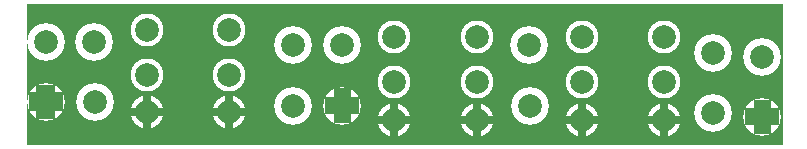
<source format=gbr>
%FSLAX34Y34*%
%MOMM*%
%LNCOPPER_TOP*%
G71*
G01*
%ADD10C,2.800*%
%ADD11C,2.800*%
%ADD12C,3.200*%
%ADD13C,0.667*%
%ADD14C,1.607*%
%ADD15C,1.447*%
%ADD16C,2.000*%
%ADD17C,2.000*%
%LPD*%
G36*
X0Y1000000D02*
X640000Y1000000D01*
X640000Y880000D01*
X0Y880000D01*
X0Y1000000D01*
G37*
%LPC*%
X101600Y977900D02*
G54D10*
D03*
X171450Y977900D02*
G54D10*
D03*
X101600Y908050D02*
G54D10*
D03*
X171450Y908050D02*
G54D10*
D03*
X171450Y939800D02*
G54D10*
D03*
X101600Y939800D02*
G54D10*
D03*
X101600Y908050D02*
G54D11*
D03*
X171450Y908050D02*
G54D11*
D03*
X16177Y967973D02*
G54D12*
D03*
X16290Y916992D02*
G54D12*
D03*
X57452Y967973D02*
G54D12*
D03*
X57564Y916992D02*
G54D12*
D03*
X16289Y916992D02*
G54D11*
D03*
X225727Y964798D02*
G54D12*
D03*
X225840Y913818D02*
G54D12*
D03*
X267002Y964798D02*
G54D12*
D03*
X267114Y913818D02*
G54D12*
D03*
X267115Y913817D02*
G54D11*
D03*
X311150Y971550D02*
G54D10*
D03*
X381000Y971550D02*
G54D10*
D03*
X311150Y901700D02*
G54D10*
D03*
X381000Y901700D02*
G54D10*
D03*
X381000Y933450D02*
G54D10*
D03*
X311150Y933450D02*
G54D10*
D03*
X311150Y901700D02*
G54D11*
D03*
X381000Y901700D02*
G54D11*
D03*
X425752Y964798D02*
G54D12*
D03*
X425864Y913818D02*
G54D12*
D03*
X469900Y971550D02*
G54D10*
D03*
X539750Y971550D02*
G54D10*
D03*
X469900Y901700D02*
G54D10*
D03*
X539750Y901700D02*
G54D10*
D03*
X539750Y933450D02*
G54D10*
D03*
X469900Y933450D02*
G54D10*
D03*
X469900Y901700D02*
G54D11*
D03*
X539750Y901700D02*
G54D11*
D03*
X581327Y958448D02*
G54D12*
D03*
X581440Y907468D02*
G54D12*
D03*
X622602Y955273D02*
G54D12*
D03*
X622714Y904292D02*
G54D12*
D03*
X622715Y904292D02*
G54D11*
D03*
%LPD*%
G54D13*
G36*
X98267Y908050D02*
X98267Y922550D01*
X104933Y922550D01*
X104933Y908050D01*
X98267Y908050D01*
G37*
G36*
X101600Y911383D02*
X116100Y911383D01*
X116100Y904717D01*
X101600Y904717D01*
X101600Y911383D01*
G37*
G36*
X104933Y908050D02*
X104933Y893550D01*
X98267Y893550D01*
X98267Y908050D01*
X104933Y908050D01*
G37*
G36*
X101600Y904717D02*
X87100Y904717D01*
X87100Y911383D01*
X101600Y911383D01*
X101600Y904717D01*
G37*
G54D13*
G36*
X168117Y908050D02*
X168117Y922550D01*
X174783Y922550D01*
X174783Y908050D01*
X168117Y908050D01*
G37*
G36*
X171450Y911383D02*
X185950Y911383D01*
X185950Y904717D01*
X171450Y904717D01*
X171450Y911383D01*
G37*
G36*
X174783Y908050D02*
X174783Y893550D01*
X168117Y893550D01*
X168117Y908050D01*
X174783Y908050D01*
G37*
G36*
X171450Y904717D02*
X156950Y904717D01*
X156950Y911383D01*
X171450Y911383D01*
X171450Y904717D01*
G37*
G54D14*
G36*
X8256Y916992D02*
X8256Y931492D01*
X24322Y931492D01*
X24322Y916992D01*
X8256Y916992D01*
G37*
G36*
X16289Y925025D02*
X30789Y925025D01*
X30789Y908959D01*
X16289Y908959D01*
X16289Y925025D01*
G37*
G36*
X24322Y916992D02*
X24322Y902492D01*
X8256Y902492D01*
X8256Y916992D01*
X24322Y916992D01*
G37*
G36*
X16289Y908959D02*
X1789Y908959D01*
X1789Y925025D01*
X16289Y925025D01*
X16289Y908959D01*
G37*
G54D15*
G36*
X259882Y913817D02*
X259882Y928317D01*
X274348Y928317D01*
X274348Y913817D01*
X259882Y913817D01*
G37*
G36*
X267115Y921050D02*
X281615Y921050D01*
X281615Y906584D01*
X267115Y906584D01*
X267115Y921050D01*
G37*
G36*
X274348Y913817D02*
X274348Y899317D01*
X259882Y899317D01*
X259882Y913817D01*
X274348Y913817D01*
G37*
G36*
X267115Y906584D02*
X252615Y906584D01*
X252615Y921050D01*
X267115Y921050D01*
X267115Y906584D01*
G37*
G54D13*
G36*
X307817Y901700D02*
X307817Y916200D01*
X314483Y916200D01*
X314483Y901700D01*
X307817Y901700D01*
G37*
G36*
X311150Y905033D02*
X325650Y905033D01*
X325650Y898367D01*
X311150Y898367D01*
X311150Y905033D01*
G37*
G36*
X314483Y901700D02*
X314483Y887200D01*
X307817Y887200D01*
X307817Y901700D01*
X314483Y901700D01*
G37*
G36*
X311150Y898367D02*
X296650Y898367D01*
X296650Y905033D01*
X311150Y905033D01*
X311150Y898367D01*
G37*
G54D13*
G36*
X377667Y901700D02*
X377667Y916200D01*
X384333Y916200D01*
X384333Y901700D01*
X377667Y901700D01*
G37*
G36*
X381000Y905033D02*
X395500Y905033D01*
X395500Y898367D01*
X381000Y898367D01*
X381000Y905033D01*
G37*
G36*
X384333Y901700D02*
X384333Y887200D01*
X377667Y887200D01*
X377667Y901700D01*
X384333Y901700D01*
G37*
G36*
X381000Y898367D02*
X366500Y898367D01*
X366500Y905033D01*
X381000Y905033D01*
X381000Y898367D01*
G37*
G54D13*
G36*
X466567Y901700D02*
X466567Y916200D01*
X473233Y916200D01*
X473233Y901700D01*
X466567Y901700D01*
G37*
G36*
X469900Y905033D02*
X484400Y905033D01*
X484400Y898367D01*
X469900Y898367D01*
X469900Y905033D01*
G37*
G36*
X473233Y901700D02*
X473233Y887200D01*
X466567Y887200D01*
X466567Y901700D01*
X473233Y901700D01*
G37*
G36*
X469900Y898367D02*
X455400Y898367D01*
X455400Y905033D01*
X469900Y905033D01*
X469900Y898367D01*
G37*
G54D13*
G36*
X536417Y901700D02*
X536417Y916200D01*
X543083Y916200D01*
X543083Y901700D01*
X536417Y901700D01*
G37*
G36*
X539750Y905033D02*
X554250Y905033D01*
X554250Y898367D01*
X539750Y898367D01*
X539750Y905033D01*
G37*
G36*
X543083Y901700D02*
X543083Y887200D01*
X536417Y887200D01*
X536417Y901700D01*
X543083Y901700D01*
G37*
G36*
X539750Y898367D02*
X525250Y898367D01*
X525250Y905033D01*
X539750Y905033D01*
X539750Y898367D01*
G37*
G54D15*
G36*
X615482Y904292D02*
X615482Y918792D01*
X629948Y918792D01*
X629948Y904292D01*
X615482Y904292D01*
G37*
G36*
X622715Y911525D02*
X637215Y911525D01*
X637215Y897059D01*
X622715Y897059D01*
X622715Y911525D01*
G37*
G36*
X629948Y904292D02*
X629948Y889792D01*
X615482Y889792D01*
X615482Y904292D01*
X629948Y904292D01*
G37*
G36*
X622715Y897059D02*
X608215Y897059D01*
X608215Y911525D01*
X622715Y911525D01*
X622715Y897059D01*
G37*
X101600Y977900D02*
G54D16*
D03*
X171450Y977900D02*
G54D16*
D03*
X101600Y908050D02*
G54D16*
D03*
X171450Y908050D02*
G54D16*
D03*
X171450Y939800D02*
G54D16*
D03*
X101600Y939800D02*
G54D16*
D03*
X101600Y908050D02*
G54D17*
D03*
X171450Y908050D02*
G54D17*
D03*
X16177Y967973D02*
G54D16*
D03*
X16290Y916992D02*
G54D16*
D03*
X57452Y967973D02*
G54D16*
D03*
X57564Y916992D02*
G54D16*
D03*
X16289Y916992D02*
G54D17*
D03*
X225727Y964798D02*
G54D16*
D03*
X225840Y913818D02*
G54D16*
D03*
X267002Y964798D02*
G54D16*
D03*
X267114Y913818D02*
G54D16*
D03*
X267115Y913817D02*
G54D17*
D03*
X311150Y971550D02*
G54D16*
D03*
X381000Y971550D02*
G54D16*
D03*
X311150Y901700D02*
G54D16*
D03*
X381000Y901700D02*
G54D16*
D03*
X381000Y933450D02*
G54D16*
D03*
X311150Y933450D02*
G54D16*
D03*
X311150Y901700D02*
G54D17*
D03*
X381000Y901700D02*
G54D17*
D03*
X425752Y964798D02*
G54D16*
D03*
X425864Y913818D02*
G54D16*
D03*
X469900Y971550D02*
G54D16*
D03*
X539750Y971550D02*
G54D16*
D03*
X469900Y901700D02*
G54D16*
D03*
X539750Y901700D02*
G54D16*
D03*
X539750Y933450D02*
G54D16*
D03*
X469900Y933450D02*
G54D16*
D03*
X469900Y901700D02*
G54D17*
D03*
X539750Y901700D02*
G54D17*
D03*
X581327Y958448D02*
G54D16*
D03*
X581440Y907468D02*
G54D16*
D03*
X622602Y955273D02*
G54D16*
D03*
X622714Y904292D02*
G54D16*
D03*
X622715Y904292D02*
G54D17*
D03*
M02*

</source>
